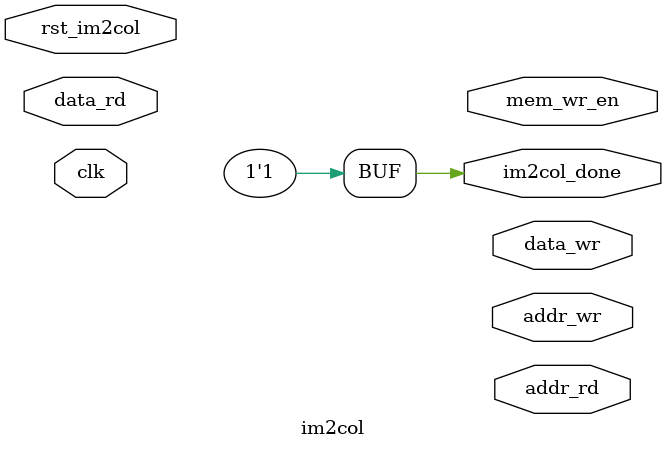
<source format=v>
`timescale 1ns / 1ps
module im2col #(
    parameter IMG_W = 8,
    parameter IMG_H = 8,
    parameter DATA_WIDTH = 8,
    parameter ADDR_WIDTH = 32,
    parameter FILTER_SIZE = 3,
    parameter IMG_BASE = 16'h0000,
    parameter IM2COL_BASE = 16'h2000
) (
    input clk,
    input rst_im2col,
    input [DATA_WIDTH-1:0] data_rd,
    output [DATA_WIDTH-1:0] data_wr,
    output [ADDR_WIDTH-1:0] addr_wr,
    output [ADDR_WIDTH-1:0] addr_rd,
    output reg im2col_done,
    output reg mem_wr_en
);

assign im2col_done = 1;

endmodule
</source>
